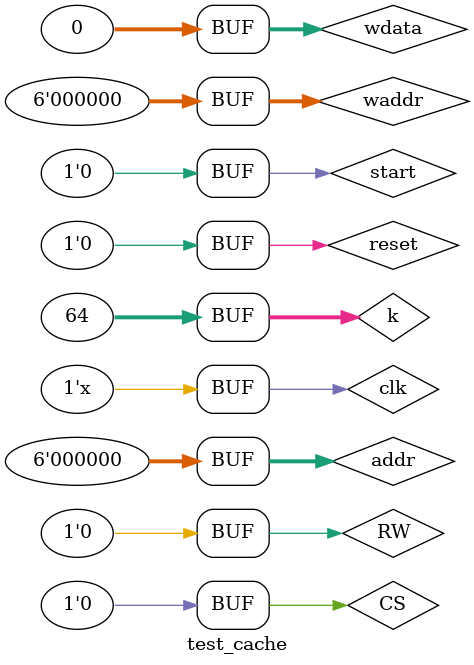
<source format=v>
`timescale 1ns / 1ps


module test_cache;

	// Inputs
	reg [5:0] addr;
	reg [5:0] waddr;
	reg clk;
	reg RW;
	reg CS;
	reg reset;
	reg start;
	reg [31:0] wdata;

	// Outputs
	wire [31:0] data;

	// Instantiate the Unit Under Test (UUT)
	cache uut (
		.addr(addr), 
		.waddr(waddr), 
		.clk(clk), 
		.RW(RW), 
		.CS(CS), 
		.reset(reset),
      .start(start),		
		.wdata(wdata), 
		.data(data),
		.STALL(STALL)
	);
	
	always #5 clk = ~clk;
	integer k;

	initial begin
		// Initialize Inputs
		addr = 0;
		waddr = 0;
		clk = 0;
		RW = 0;
		CS = 0;
		reset = 0;
		wdata = 0;
		start = 0;
		
		for (k=0 ; k<64 ; k=k+1)
		  uut.M.mem[k] = k;
		  
		
		// Wait 100 ns for global reset to finish
        
		// Add stimulus here

	end
      
endmodule


</source>
